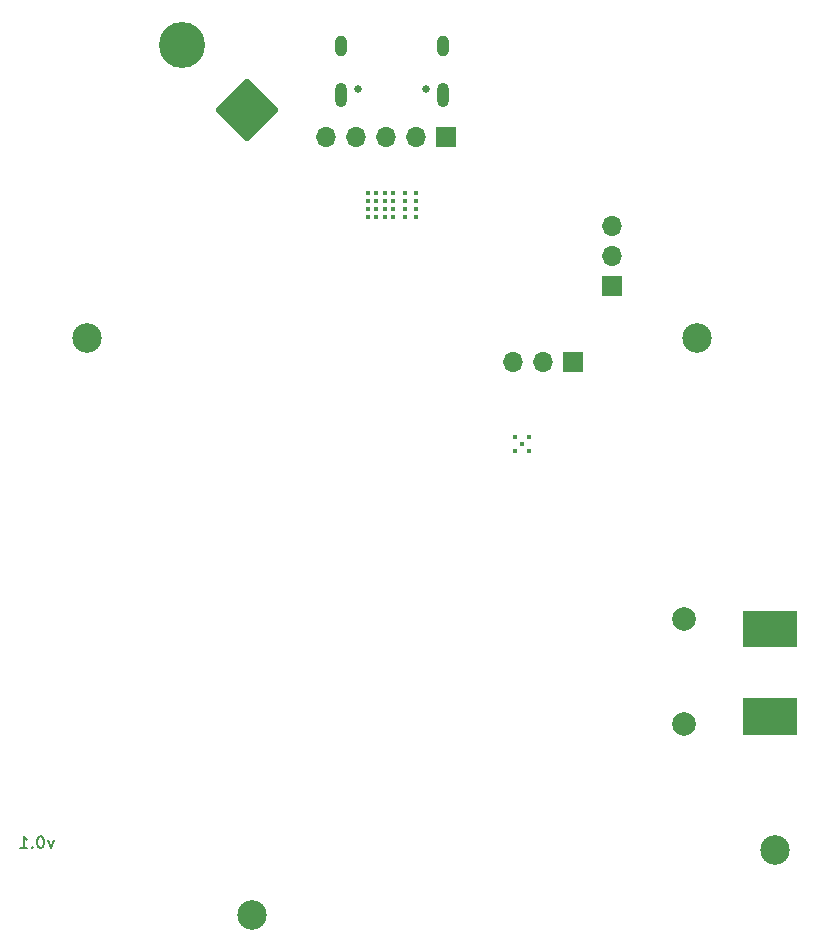
<source format=gbs>
G04 #@! TF.GenerationSoftware,KiCad,Pcbnew,8.0.1*
G04 #@! TF.CreationDate,2024-05-25T23:28:09+08:00*
G04 #@! TF.ProjectId,BatteryPod,42617474-6572-4795-906f-642e6b696361,rev?*
G04 #@! TF.SameCoordinates,Original*
G04 #@! TF.FileFunction,Soldermask,Bot*
G04 #@! TF.FilePolarity,Negative*
%FSLAX46Y46*%
G04 Gerber Fmt 4.6, Leading zero omitted, Abs format (unit mm)*
G04 Created by KiCad (PCBNEW 8.0.1) date 2024-05-25 23:28:09*
%MOMM*%
%LPD*%
G01*
G04 APERTURE LIST*
G04 Aperture macros list*
%AMRoundRect*
0 Rectangle with rounded corners*
0 $1 Rounding radius*
0 $2 $3 $4 $5 $6 $7 $8 $9 X,Y pos of 4 corners*
0 Add a 4 corners polygon primitive as box body*
4,1,4,$2,$3,$4,$5,$6,$7,$8,$9,$2,$3,0*
0 Add four circle primitives for the rounded corners*
1,1,$1+$1,$2,$3*
1,1,$1+$1,$4,$5*
1,1,$1+$1,$6,$7*
1,1,$1+$1,$8,$9*
0 Add four rect primitives between the rounded corners*
20,1,$1+$1,$2,$3,$4,$5,0*
20,1,$1+$1,$4,$5,$6,$7,0*
20,1,$1+$1,$6,$7,$8,$9,0*
20,1,$1+$1,$8,$9,$2,$3,0*%
G04 Aperture macros list end*
%ADD10C,0.100000*%
%ADD11C,0.150000*%
%ADD12C,0.400000*%
%ADD13R,1.700000X1.700000*%
%ADD14O,1.700000X1.700000*%
%ADD15RoundRect,0.250002X2.404160X0.000000X0.000000X2.404160X-2.404160X0.000000X0.000000X-2.404160X0*%
%ADD16C,3.900000*%
%ADD17C,0.650000*%
%ADD18O,1.000000X2.100000*%
%ADD19O,1.000000X1.800000*%
%ADD20C,2.500000*%
%ADD21C,2.000000*%
G04 APERTURE END LIST*
D10*
X140000000Y-124400000D02*
X144500000Y-124400000D01*
X144500000Y-127400000D01*
X140000000Y-127400000D01*
X140000000Y-124400000D01*
G36*
X140000000Y-124400000D02*
G01*
X144500000Y-124400000D01*
X144500000Y-127400000D01*
X140000000Y-127400000D01*
X140000000Y-124400000D01*
G37*
X140000000Y-131800000D02*
X144500000Y-131800000D01*
X144500000Y-134800000D01*
X140000000Y-134800000D01*
X140000000Y-131800000D01*
G36*
X140000000Y-131800000D02*
G01*
X144500000Y-131800000D01*
X144500000Y-134800000D01*
X140000000Y-134800000D01*
X140000000Y-131800000D01*
G37*
D11*
X81598683Y-143803152D02*
X81360588Y-144469819D01*
X81360588Y-144469819D02*
X81122493Y-143803152D01*
X80551064Y-143469819D02*
X80455826Y-143469819D01*
X80455826Y-143469819D02*
X80360588Y-143517438D01*
X80360588Y-143517438D02*
X80312969Y-143565057D01*
X80312969Y-143565057D02*
X80265350Y-143660295D01*
X80265350Y-143660295D02*
X80217731Y-143850771D01*
X80217731Y-143850771D02*
X80217731Y-144088866D01*
X80217731Y-144088866D02*
X80265350Y-144279342D01*
X80265350Y-144279342D02*
X80312969Y-144374580D01*
X80312969Y-144374580D02*
X80360588Y-144422200D01*
X80360588Y-144422200D02*
X80455826Y-144469819D01*
X80455826Y-144469819D02*
X80551064Y-144469819D01*
X80551064Y-144469819D02*
X80646302Y-144422200D01*
X80646302Y-144422200D02*
X80693921Y-144374580D01*
X80693921Y-144374580D02*
X80741540Y-144279342D01*
X80741540Y-144279342D02*
X80789159Y-144088866D01*
X80789159Y-144088866D02*
X80789159Y-143850771D01*
X80789159Y-143850771D02*
X80741540Y-143660295D01*
X80741540Y-143660295D02*
X80693921Y-143565057D01*
X80693921Y-143565057D02*
X80646302Y-143517438D01*
X80646302Y-143517438D02*
X80551064Y-143469819D01*
X79789159Y-144374580D02*
X79741540Y-144422200D01*
X79741540Y-144422200D02*
X79789159Y-144469819D01*
X79789159Y-144469819D02*
X79836778Y-144422200D01*
X79836778Y-144422200D02*
X79789159Y-144374580D01*
X79789159Y-144374580D02*
X79789159Y-144469819D01*
X78789160Y-144469819D02*
X79360588Y-144469819D01*
X79074874Y-144469819D02*
X79074874Y-143469819D01*
X79074874Y-143469819D02*
X79170112Y-143612676D01*
X79170112Y-143612676D02*
X79265350Y-143707914D01*
X79265350Y-143707914D02*
X79360588Y-143755533D01*
D12*
X108225000Y-88975000D03*
X108225000Y-89675000D03*
X108225000Y-90375000D03*
X108225000Y-91075000D03*
X108925000Y-88975000D03*
X108925000Y-89675000D03*
X108925000Y-90375000D03*
X108925000Y-91075000D03*
X109625000Y-88975000D03*
X109625000Y-89675000D03*
X109625000Y-90375000D03*
X109625000Y-91075000D03*
X110325000Y-88975000D03*
X110325000Y-89675000D03*
X110325000Y-90375000D03*
X110325000Y-91075000D03*
X111350000Y-88975000D03*
X111350000Y-89675000D03*
X111350000Y-90375000D03*
X111350000Y-91075000D03*
X112250000Y-88975000D03*
X112250000Y-89675000D03*
X112250000Y-90375000D03*
X112250000Y-91075000D03*
X121876800Y-110876800D03*
X121876800Y-109676800D03*
X121276800Y-110276800D03*
X120676800Y-110876800D03*
X120676800Y-109676800D03*
D13*
X114800000Y-84250000D03*
D14*
X112260000Y-84250000D03*
X109720000Y-84250000D03*
X107180000Y-84250000D03*
X104640000Y-84250000D03*
D15*
X98000000Y-82000000D03*
D16*
X92484567Y-76484567D03*
D17*
X113140000Y-80205000D03*
X107360000Y-80205000D03*
D18*
X114570000Y-80725000D03*
D19*
X114570000Y-76525000D03*
D18*
X105930000Y-80725000D03*
D19*
X105930000Y-76525000D03*
D13*
X128850000Y-96890000D03*
D14*
X128850000Y-94350000D03*
X128850000Y-91810000D03*
D13*
X125575000Y-103350000D03*
D14*
X123035000Y-103350000D03*
X120495000Y-103350000D03*
D20*
X98400000Y-150100000D03*
X136050000Y-101300000D03*
D21*
X135000000Y-125100000D03*
D20*
X84450000Y-101300000D03*
D21*
X135000000Y-134000000D03*
D20*
X142700000Y-144600000D03*
M02*

</source>
